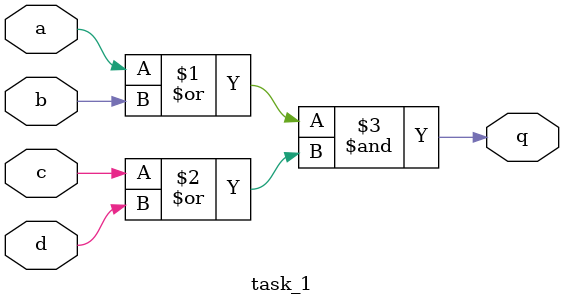
<source format=v>


module task_1(
	input a, b, c, d,
    output q );

assign q = (a | b) &  (c | d);

endmodule
</source>
